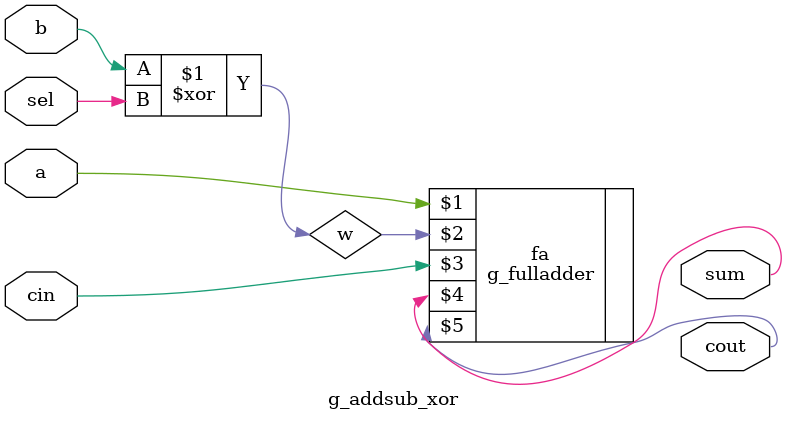
<source format=v>
module g_addsub_xor(a,b,cin,sel,sum,cout);
    input a,b,cin,sel;
    output sum,cout;

    wire w;
    xor(w,b,sel);
    g_fulladder fa(a,w,cin,sum,cout);
endmodule

</source>
